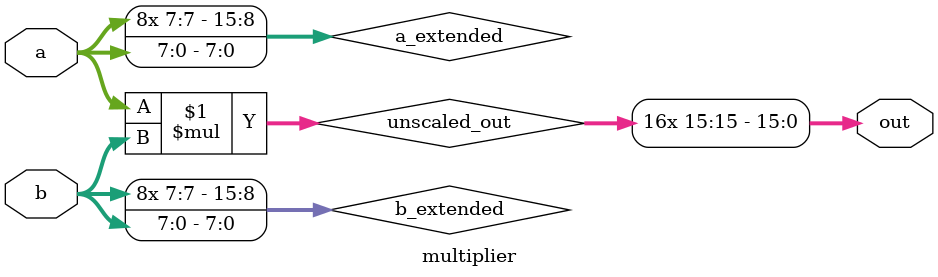
<source format=v>
module multiplier (
	a,
	b,
	out
);
	parameter signed [31:0] A_WIDTH = 8;
	parameter signed [31:0] B_WIDTH = 8;
	parameter signed [31:0] OUT_WIDTH = A_WIDTH + B_WIDTH;
	parameter signed [31:0] OUT_SCALE = 16;
	input wire signed [A_WIDTH - 1:0] a;
	input wire signed [B_WIDTH - 1:0] b;
	output wire signed [OUT_WIDTH - 1:0] out;
	localparam INTERMEDIATE_WIDTH = A_WIDTH + B_WIDTH;
	wire signed [INTERMEDIATE_WIDTH - 1:0] a_extended;
	assign a_extended = a;
	wire signed [INTERMEDIATE_WIDTH - 1:0] b_extended;
	assign b_extended = b;
	wire signed [INTERMEDIATE_WIDTH - 1:0] unscaled_out;
	assign unscaled_out = a * b;
	assign out = unscaled_out >>> OUT_SCALE;
endmodule

</source>
